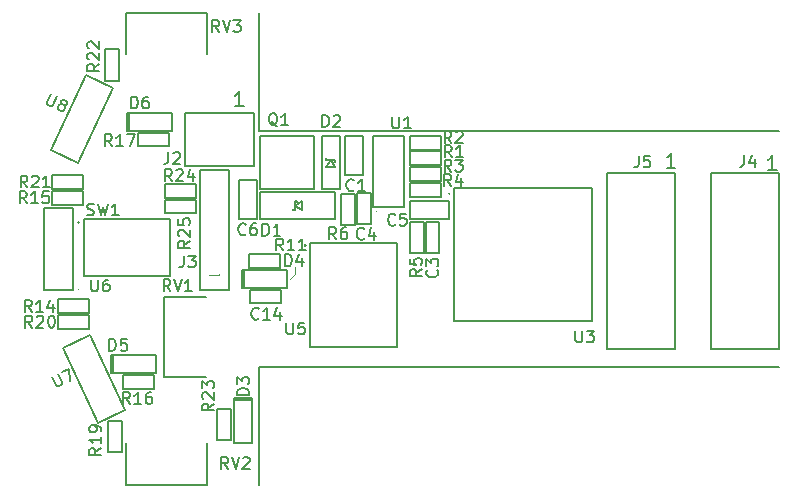
<source format=gbr>
%TF.GenerationSoftware,KiCad,Pcbnew,(5.1.8-0-10_14)*%
%TF.CreationDate,2022-01-05T18:09:54+08:00*%
%TF.ProjectId,MicroMouse,4d696372-6f4d-46f7-9573-652e6b696361,rev?*%
%TF.SameCoordinates,Original*%
%TF.FileFunction,Legend,Top*%
%TF.FilePolarity,Positive*%
%FSLAX46Y46*%
G04 Gerber Fmt 4.6, Leading zero omitted, Abs format (unit mm)*
G04 Created by KiCad (PCBNEW (5.1.8-0-10_14)) date 2022-01-05 18:09:54*
%MOMM*%
%LPD*%
G01*
G04 APERTURE LIST*
%ADD10C,0.120000*%
%ADD11C,0.153000*%
%ADD12C,0.150000*%
%ADD13C,0.037500*%
G04 APERTURE END LIST*
D10*
X89030000Y-92080000D02*
X88600000Y-92530000D01*
X89030000Y-91500000D02*
X89030000Y-92080000D01*
D11*
X86000000Y-80000000D02*
X86000000Y-70000000D01*
X86000000Y-80000000D02*
X130000000Y-80000000D01*
X86000000Y-100000000D02*
X130000000Y-100000000D01*
X86000000Y-110000000D02*
X86000000Y-100000000D01*
D12*
X80939460Y-93431500D02*
X80939460Y-83271500D01*
X80939460Y-83271500D02*
X83439460Y-83271500D01*
X80939460Y-93431500D02*
X83439460Y-93431500D01*
X83439460Y-93431500D02*
X83439460Y-83271500D01*
X85554240Y-78446320D02*
X85554240Y-82946320D01*
X79654240Y-78446320D02*
X79654240Y-82946320D01*
X79654240Y-78446320D02*
X85554240Y-78446320D01*
X79654240Y-82946320D02*
X85554240Y-82946320D01*
D10*
X75025164Y-103358159D02*
G75*
G03*
X75025164Y-103358159I-60828J0D01*
G01*
D12*
X72346279Y-104700350D02*
X74612049Y-103643804D01*
X74612049Y-103643804D02*
X71653721Y-97299650D01*
X69387951Y-98356196D02*
X71653721Y-97299650D01*
X72346279Y-104700350D02*
X69387951Y-98356196D01*
D10*
X70750828Y-93390000D02*
G75*
G03*
X70750828Y-93390000I-60828J0D01*
G01*
D12*
X67750000Y-93500000D02*
X70250000Y-93500000D01*
X70250000Y-93500000D02*
X70250000Y-86500000D01*
X67750000Y-86500000D02*
X70250000Y-86500000D01*
X67750000Y-93500000D02*
X67750000Y-86500000D01*
D10*
X71159812Y-82786608D02*
G75*
G03*
X71159812Y-82786608I-60828J0D01*
G01*
D12*
X68387951Y-81643804D02*
X70653721Y-82700350D01*
X70653721Y-82700350D02*
X73612049Y-76356196D01*
X71346279Y-75299650D02*
X73612049Y-76356196D01*
X68387951Y-81643804D02*
X71346279Y-75299650D01*
X115459440Y-83567240D02*
X121209440Y-83567240D01*
X115459440Y-98467240D02*
X121209440Y-98467240D01*
X115459440Y-98467240D02*
X115459440Y-83567240D01*
X121209440Y-98467240D02*
X121209440Y-83567240D01*
X80602200Y-85826400D02*
X77965200Y-85826400D01*
X80602200Y-86990400D02*
X80602200Y-85826400D01*
X77965200Y-86990400D02*
X77965200Y-85826400D01*
X80602200Y-86990400D02*
X77965200Y-86990400D01*
X80602200Y-84490360D02*
X77965200Y-84490360D01*
X80602200Y-85654360D02*
X80602200Y-84490360D01*
X77965200Y-85654360D02*
X77965200Y-84490360D01*
X80602200Y-85654360D02*
X77965200Y-85654360D01*
X124240220Y-83602800D02*
X129990220Y-83602800D01*
X124240220Y-98502800D02*
X129990220Y-98502800D01*
X124240220Y-98502800D02*
X124240220Y-83602800D01*
X129990220Y-98502800D02*
X129990220Y-83602800D01*
D10*
X89994059Y-89711400D02*
G75*
G03*
X89994059Y-89711400I-116619J0D01*
G01*
D12*
X97652440Y-89526400D02*
X90282440Y-89526400D01*
X90282440Y-89526400D02*
X90282440Y-98276400D01*
X97652440Y-98276400D02*
X90282440Y-98276400D01*
X97652440Y-89526400D02*
X97652440Y-98276400D01*
D10*
X102148440Y-85337480D02*
G75*
G03*
X102148440Y-85337480I-70000J0D01*
G01*
D12*
X102468440Y-84820480D02*
X102468440Y-96134480D01*
X114168440Y-84820480D02*
X102468440Y-84820480D01*
X114168440Y-96134480D02*
X102468440Y-96134480D01*
X114168440Y-84820480D02*
X114168440Y-96134480D01*
D10*
X95905969Y-86844060D02*
G75*
G03*
X95905969Y-86844060I-56569J0D01*
G01*
D12*
X95624400Y-86459060D02*
X98274400Y-86459060D01*
X95624400Y-80409060D02*
X95624400Y-86460060D01*
X98274400Y-80409060D02*
X98274400Y-86459060D01*
X95624400Y-80409060D02*
X98274400Y-80409060D01*
D10*
X70752282Y-87745500D02*
G75*
G03*
X70752282Y-87745500I-67082J0D01*
G01*
D12*
X71125200Y-87475500D02*
X71125200Y-92275500D01*
X71125200Y-92275500D02*
X78425200Y-92275500D01*
X78425200Y-87475500D02*
X78425200Y-92275500D01*
X71125200Y-87475500D02*
X78425200Y-87475500D01*
X74712840Y-73505960D02*
X74712840Y-70005960D01*
X81522840Y-73505960D02*
X81522840Y-70005960D01*
X81522840Y-70005960D02*
X74712840Y-70005960D01*
X81522840Y-106448240D02*
X81522840Y-109948240D01*
X74712840Y-106448240D02*
X74712840Y-109948240D01*
X74712840Y-109948240D02*
X81522840Y-109948240D01*
X81443460Y-100847160D02*
X77943460Y-100847160D01*
X81443460Y-94037160D02*
X77943460Y-94037160D01*
X77943460Y-94037160D02*
X77943460Y-100847160D01*
X82412500Y-103568260D02*
X82412500Y-106205260D01*
X83576500Y-103568260D02*
X82412500Y-103568260D01*
X83576500Y-106205260D02*
X82412500Y-106205260D01*
X83576500Y-103568260D02*
X83576500Y-106205260D01*
X72917980Y-73103500D02*
X72917980Y-75740500D01*
X74081980Y-73103500D02*
X72917980Y-73103500D01*
X74081980Y-75740500D02*
X72917980Y-75740500D01*
X74081980Y-73103500D02*
X74081980Y-75740500D01*
X68442600Y-84922700D02*
X71079600Y-84922700D01*
X68442600Y-83758700D02*
X68442600Y-84922700D01*
X71079600Y-83758700D02*
X71079600Y-84922700D01*
X68442600Y-83758700D02*
X71079600Y-83758700D01*
X71587600Y-95597640D02*
X68950600Y-95597640D01*
X71587600Y-96761640D02*
X71587600Y-95597640D01*
X68950600Y-96761640D02*
X68950600Y-95597640D01*
X71587600Y-96761640D02*
X68950600Y-96761640D01*
X73179600Y-104548700D02*
X73179600Y-107185700D01*
X74343600Y-104548700D02*
X73179600Y-104548700D01*
X74343600Y-107185700D02*
X73179600Y-107185700D01*
X74343600Y-104548700D02*
X74343600Y-107185700D01*
X78374480Y-80136660D02*
X75737480Y-80136660D01*
X78374480Y-81300660D02*
X78374480Y-80136660D01*
X75737480Y-81300660D02*
X75737480Y-80136660D01*
X78374480Y-81300660D02*
X75737480Y-81300660D01*
X77040980Y-100692880D02*
X74403980Y-100692880D01*
X77040980Y-101856880D02*
X77040980Y-100692880D01*
X74403980Y-101856880D02*
X74403980Y-100692880D01*
X77040980Y-101856880D02*
X74403980Y-101856880D01*
X71084680Y-85087120D02*
X68447680Y-85087120D01*
X71084680Y-86251120D02*
X71084680Y-85087120D01*
X68447680Y-86251120D02*
X68447680Y-85087120D01*
X71084680Y-86251120D02*
X68447680Y-86251120D01*
X68932820Y-95410360D02*
X71569820Y-95410360D01*
X68932820Y-94246360D02*
X68932820Y-95410360D01*
X71569820Y-94246360D02*
X71569820Y-95410360D01*
X68932820Y-94246360D02*
X71569820Y-94246360D01*
X87772480Y-90438900D02*
X85135480Y-90438900D01*
X87772480Y-91602900D02*
X87772480Y-90438900D01*
X85135480Y-91602900D02*
X85135480Y-90438900D01*
X87772480Y-91602900D02*
X85135480Y-91602900D01*
X92912860Y-85300580D02*
X92912860Y-87937580D01*
X94076860Y-85300580D02*
X92912860Y-85300580D01*
X94076860Y-87937580D02*
X92912860Y-87937580D01*
X94076860Y-85300580D02*
X94076860Y-87937580D01*
X98737220Y-87681500D02*
X98737220Y-90318500D01*
X99901220Y-87681500D02*
X98737220Y-87681500D01*
X99901220Y-90318500D02*
X98737220Y-90318500D01*
X99901220Y-87681500D02*
X99901220Y-90318500D01*
X98744940Y-85570540D02*
X101381940Y-85570540D01*
X98744940Y-84406540D02*
X98744940Y-85570540D01*
X101381940Y-84406540D02*
X101381940Y-85570540D01*
X98744940Y-84406540D02*
X101381940Y-84406540D01*
X101381940Y-83070500D02*
X98744940Y-83070500D01*
X101381940Y-84234500D02*
X101381940Y-83070500D01*
X98744940Y-84234500D02*
X98744940Y-83070500D01*
X101381940Y-84234500D02*
X98744940Y-84234500D01*
X98734780Y-81575120D02*
X101371780Y-81575120D01*
X98734780Y-80411120D02*
X98734780Y-81575120D01*
X101371780Y-80411120D02*
X101371780Y-81575120D01*
X98734780Y-80411120D02*
X101371780Y-80411120D01*
X101381940Y-81734460D02*
X98744940Y-81734460D01*
X101381940Y-82898460D02*
X101381940Y-81734460D01*
X98744940Y-82898460D02*
X98744940Y-81734460D01*
X101381940Y-82898460D02*
X98744940Y-82898460D01*
X90633720Y-80399200D02*
X86033720Y-80399200D01*
X90633720Y-84899200D02*
X86033720Y-84899200D01*
X86033720Y-80399200D02*
X86033720Y-84899200D01*
X90633720Y-80399200D02*
X90633720Y-84899200D01*
X74771500Y-79967520D02*
X74771500Y-78467520D01*
X74771500Y-78467520D02*
X78571500Y-78467520D01*
X78571500Y-78467520D02*
X78571500Y-79967520D01*
X74771500Y-79967520D02*
X78571500Y-79967520D01*
X74971500Y-79967520D02*
X74971500Y-78467520D01*
X73427840Y-100472940D02*
X73427840Y-98972940D01*
X73427840Y-98972940D02*
X77227840Y-98972940D01*
X77227840Y-98972940D02*
X77227840Y-100472940D01*
X73427840Y-100472940D02*
X77227840Y-100472940D01*
X73627840Y-100472940D02*
X73627840Y-98972940D01*
X84514940Y-93266960D02*
X84514940Y-91766960D01*
X84514940Y-91766960D02*
X88314940Y-91766960D01*
X88314940Y-91766960D02*
X88314940Y-93266960D01*
X84514940Y-93266960D02*
X88314940Y-93266960D01*
X84714940Y-93266960D02*
X84714940Y-91766960D01*
X83844700Y-102625140D02*
X85344700Y-102625140D01*
X85344700Y-102625140D02*
X85344700Y-106425140D01*
X85344700Y-106425140D02*
X83844700Y-106425140D01*
X83844700Y-102625140D02*
X83844700Y-106425140D01*
X83844700Y-102825140D02*
X85344700Y-102825140D01*
X91624340Y-83081580D02*
X92424340Y-83081580D01*
X92424340Y-83081580D02*
X92024340Y-82441580D01*
X91624340Y-83081580D02*
X92024340Y-82441580D01*
X92424340Y-82441580D02*
X91624340Y-82441580D01*
X92424340Y-82441580D02*
X92424340Y-82591580D01*
X91624340Y-82441580D02*
X91624340Y-82291580D01*
X92784340Y-80396580D02*
X92784340Y-84886580D01*
X92784340Y-84886580D02*
X91264340Y-84886580D01*
X91264340Y-80396580D02*
X91264340Y-84886580D01*
X91264340Y-80396580D02*
X92784340Y-80396580D01*
X88852400Y-86724580D02*
X88852400Y-86624580D01*
X89152400Y-85924580D02*
X89152400Y-86024580D01*
X86052400Y-87474580D02*
X86052400Y-85174580D01*
X86052400Y-87474580D02*
X92352400Y-87474580D01*
X92352400Y-85174580D02*
X92352400Y-87474580D01*
X86052400Y-85174580D02*
X92352400Y-85174580D01*
X89002400Y-86724580D02*
X88852400Y-86724580D01*
X89002400Y-85924580D02*
X89152400Y-85924580D01*
X89002400Y-85924580D02*
X89002400Y-86724580D01*
X89642400Y-86724580D02*
X89002400Y-86324580D01*
X89642400Y-85924580D02*
X89002400Y-86324580D01*
X89642400Y-86724580D02*
X89642400Y-85924580D01*
X85160880Y-94595020D02*
X87797880Y-94595020D01*
X85160880Y-93431020D02*
X85160880Y-94595020D01*
X87797880Y-93431020D02*
X87797880Y-94595020D01*
X85160880Y-93431020D02*
X87797880Y-93431020D01*
X85794420Y-87466180D02*
X85794420Y-84116180D01*
X84294420Y-87466180D02*
X85794420Y-87466180D01*
X84294420Y-84116180D02*
X85794420Y-84116180D01*
X84294420Y-87466180D02*
X84294420Y-84116180D01*
X98721180Y-87465080D02*
X102071180Y-87465080D01*
X98721180Y-85965080D02*
X98721180Y-87465080D01*
X102071180Y-85965080D02*
X102071180Y-87465080D01*
X98721180Y-85965080D02*
X102071180Y-85965080D01*
X94243820Y-85269800D02*
X94243820Y-87906800D01*
X95407820Y-85269800D02*
X94243820Y-85269800D01*
X95407820Y-87906800D02*
X94243820Y-87906800D01*
X95407820Y-85269800D02*
X95407820Y-87906800D01*
X101237260Y-90318500D02*
X101237260Y-87681500D01*
X100073260Y-90318500D02*
X101237260Y-90318500D01*
X100073260Y-87681500D02*
X101237260Y-87681500D01*
X100073260Y-90318500D02*
X100073260Y-87681500D01*
X93242840Y-80392540D02*
X93242840Y-83742540D01*
X94742840Y-80392540D02*
X93242840Y-80392540D01*
X94742840Y-83742540D02*
X93242840Y-83742540D01*
X94742840Y-80392540D02*
X94742840Y-83742540D01*
X79590306Y-90552020D02*
X79590306Y-91266306D01*
X79542687Y-91409163D01*
X79447449Y-91504401D01*
X79304592Y-91552020D01*
X79209354Y-91552020D01*
X79971259Y-90552020D02*
X80590306Y-90552020D01*
X80256973Y-90932973D01*
X80399830Y-90932973D01*
X80495068Y-90980592D01*
X80542687Y-91028211D01*
X80590306Y-91123449D01*
X80590306Y-91361544D01*
X80542687Y-91456782D01*
X80495068Y-91504401D01*
X80399830Y-91552020D01*
X80114116Y-91552020D01*
X80018878Y-91504401D01*
X79971259Y-91456782D01*
D13*
X82551364Y-92118642D02*
X82551364Y-92204357D01*
X82551364Y-92161500D02*
X81751364Y-92161500D01*
X81865650Y-92175785D01*
X81941840Y-92190071D01*
X81979936Y-92204357D01*
X82551364Y-92118642D02*
X82551364Y-92204357D01*
X82551364Y-92161500D02*
X81751364Y-92161500D01*
X81865650Y-92175785D01*
X81941840Y-92190071D01*
X81979936Y-92204357D01*
D12*
X78289966Y-81786620D02*
X78289966Y-82500906D01*
X78242347Y-82643763D01*
X78147109Y-82739001D01*
X78004252Y-82786620D01*
X77909014Y-82786620D01*
X78718538Y-81881859D02*
X78766157Y-81834240D01*
X78861395Y-81786620D01*
X79099490Y-81786620D01*
X79194728Y-81834240D01*
X79242347Y-81881859D01*
X79289966Y-81977097D01*
X79289966Y-82072335D01*
X79242347Y-82215192D01*
X78670919Y-82786620D01*
X79289966Y-82786620D01*
X84647097Y-77910843D02*
X83921382Y-77910843D01*
X84284240Y-77910843D02*
X84284240Y-76640843D01*
X84163287Y-76822272D01*
X84042335Y-76943224D01*
X83921382Y-77003700D01*
X68431985Y-100807703D02*
X68774105Y-101541381D01*
X68857512Y-101607571D01*
X68920794Y-101630604D01*
X69027234Y-101633512D01*
X69199864Y-101553013D01*
X69266054Y-101469606D01*
X69289087Y-101406324D01*
X69291995Y-101299885D01*
X68949876Y-100566207D01*
X69295136Y-100405209D02*
X69899341Y-100123464D01*
X69933542Y-101210894D01*
X71738095Y-92592380D02*
X71738095Y-93401904D01*
X71785714Y-93497142D01*
X71833333Y-93544761D01*
X71928571Y-93592380D01*
X72119047Y-93592380D01*
X72214285Y-93544761D01*
X72261904Y-93497142D01*
X72309523Y-93401904D01*
X72309523Y-92592380D01*
X73214285Y-92592380D02*
X73023809Y-92592380D01*
X72928571Y-92640000D01*
X72880952Y-92687619D01*
X72785714Y-92830476D01*
X72738095Y-93020952D01*
X72738095Y-93401904D01*
X72785714Y-93497142D01*
X72833333Y-93544761D01*
X72928571Y-93592380D01*
X73119047Y-93592380D01*
X73214285Y-93544761D01*
X73261904Y-93497142D01*
X73309523Y-93401904D01*
X73309523Y-93163809D01*
X73261904Y-93068571D01*
X73214285Y-93020952D01*
X73119047Y-92973333D01*
X72928571Y-92973333D01*
X72833333Y-93020952D01*
X72785714Y-93068571D01*
X72738095Y-93163809D01*
X68367293Y-76842953D02*
X68025174Y-77576631D01*
X68028082Y-77683071D01*
X68051115Y-77746353D01*
X68117305Y-77829760D01*
X68289935Y-77910258D01*
X68396375Y-77907350D01*
X68459657Y-77884317D01*
X68543064Y-77818127D01*
X68885183Y-77084449D01*
X69265109Y-77734488D02*
X69198918Y-77651081D01*
X69175886Y-77587799D01*
X69172977Y-77481359D01*
X69193102Y-77438202D01*
X69276509Y-77372011D01*
X69339791Y-77348978D01*
X69446231Y-77346070D01*
X69618861Y-77426569D01*
X69685051Y-77509976D01*
X69708084Y-77573258D01*
X69710992Y-77679698D01*
X69690868Y-77722855D01*
X69607461Y-77789046D01*
X69544179Y-77812078D01*
X69437739Y-77814987D01*
X69265109Y-77734488D01*
X69158669Y-77737396D01*
X69095387Y-77760429D01*
X69011980Y-77826619D01*
X68931481Y-77999249D01*
X68934389Y-78105689D01*
X68957422Y-78168971D01*
X69023613Y-78252378D01*
X69196243Y-78332877D01*
X69302682Y-78329969D01*
X69365965Y-78306936D01*
X69449371Y-78240745D01*
X69529870Y-78068115D01*
X69526962Y-77961676D01*
X69503929Y-77898393D01*
X69437739Y-77814987D01*
X118096846Y-82096500D02*
X118096846Y-82810786D01*
X118049227Y-82953643D01*
X117953989Y-83048881D01*
X117811132Y-83096500D01*
X117715894Y-83096500D01*
X119049227Y-82096500D02*
X118573037Y-82096500D01*
X118525418Y-82572691D01*
X118573037Y-82525072D01*
X118668275Y-82477453D01*
X118906370Y-82477453D01*
X119001608Y-82525072D01*
X119049227Y-82572691D01*
X119096846Y-82667929D01*
X119096846Y-82906024D01*
X119049227Y-83001262D01*
X119001608Y-83048881D01*
X118906370Y-83096500D01*
X118668275Y-83096500D01*
X118573037Y-83048881D01*
X118525418Y-83001262D01*
X121208577Y-83157683D02*
X120482862Y-83157683D01*
X120845720Y-83157683D02*
X120845720Y-81887683D01*
X120724767Y-82069112D01*
X120603815Y-82190064D01*
X120482862Y-82250540D01*
X80119620Y-89314397D02*
X79643430Y-89647730D01*
X80119620Y-89885825D02*
X79119620Y-89885825D01*
X79119620Y-89504873D01*
X79167240Y-89409635D01*
X79214859Y-89362016D01*
X79310097Y-89314397D01*
X79452954Y-89314397D01*
X79548192Y-89362016D01*
X79595811Y-89409635D01*
X79643430Y-89504873D01*
X79643430Y-89885825D01*
X79214859Y-88933444D02*
X79167240Y-88885825D01*
X79119620Y-88790587D01*
X79119620Y-88552492D01*
X79167240Y-88457254D01*
X79214859Y-88409635D01*
X79310097Y-88362016D01*
X79405335Y-88362016D01*
X79548192Y-88409635D01*
X80119620Y-88981063D01*
X80119620Y-88362016D01*
X79119620Y-87457254D02*
X79119620Y-87933444D01*
X79595811Y-87981063D01*
X79548192Y-87933444D01*
X79500573Y-87838206D01*
X79500573Y-87600111D01*
X79548192Y-87504873D01*
X79595811Y-87457254D01*
X79691049Y-87409635D01*
X79929144Y-87409635D01*
X80024382Y-87457254D01*
X80072001Y-87504873D01*
X80119620Y-87600111D01*
X80119620Y-87838206D01*
X80072001Y-87933444D01*
X80024382Y-87981063D01*
X78577342Y-84252200D02*
X78244009Y-83776010D01*
X78005914Y-84252200D02*
X78005914Y-83252200D01*
X78386866Y-83252200D01*
X78482104Y-83299820D01*
X78529723Y-83347439D01*
X78577342Y-83442677D01*
X78577342Y-83585534D01*
X78529723Y-83680772D01*
X78482104Y-83728391D01*
X78386866Y-83776010D01*
X78005914Y-83776010D01*
X78958295Y-83347439D02*
X79005914Y-83299820D01*
X79101152Y-83252200D01*
X79339247Y-83252200D01*
X79434485Y-83299820D01*
X79482104Y-83347439D01*
X79529723Y-83442677D01*
X79529723Y-83537915D01*
X79482104Y-83680772D01*
X78910676Y-84252200D01*
X79529723Y-84252200D01*
X80386866Y-83585534D02*
X80386866Y-84252200D01*
X80148771Y-83204581D02*
X79910676Y-83918867D01*
X80529723Y-83918867D01*
X127027486Y-82058400D02*
X127027486Y-82772686D01*
X126979867Y-82915543D01*
X126884629Y-83010781D01*
X126741772Y-83058400D01*
X126646534Y-83058400D01*
X127932248Y-82391734D02*
X127932248Y-83058400D01*
X127694153Y-82010781D02*
X127456058Y-82725067D01*
X128075105Y-82725067D01*
X129781077Y-83343103D02*
X129055362Y-83343103D01*
X129418220Y-83343103D02*
X129418220Y-82073103D01*
X129297267Y-82254532D01*
X129176315Y-82375484D01*
X129055362Y-82435960D01*
X88278095Y-96222380D02*
X88278095Y-97031904D01*
X88325714Y-97127142D01*
X88373333Y-97174761D01*
X88468571Y-97222380D01*
X88659047Y-97222380D01*
X88754285Y-97174761D01*
X88801904Y-97127142D01*
X88849523Y-97031904D01*
X88849523Y-96222380D01*
X89801904Y-96222380D02*
X89325714Y-96222380D01*
X89278095Y-96698571D01*
X89325714Y-96650952D01*
X89420952Y-96603333D01*
X89659047Y-96603333D01*
X89754285Y-96650952D01*
X89801904Y-96698571D01*
X89849523Y-96793809D01*
X89849523Y-97031904D01*
X89801904Y-97127142D01*
X89754285Y-97174761D01*
X89659047Y-97222380D01*
X89420952Y-97222380D01*
X89325714Y-97174761D01*
X89278095Y-97127142D01*
X112753375Y-96912320D02*
X112753375Y-97721844D01*
X112800994Y-97817082D01*
X112848613Y-97864701D01*
X112943851Y-97912320D01*
X113134327Y-97912320D01*
X113229565Y-97864701D01*
X113277184Y-97817082D01*
X113324803Y-97721844D01*
X113324803Y-96912320D01*
X113705756Y-96912320D02*
X114324803Y-96912320D01*
X113991470Y-97293273D01*
X114134327Y-97293273D01*
X114229565Y-97340892D01*
X114277184Y-97388511D01*
X114324803Y-97483749D01*
X114324803Y-97721844D01*
X114277184Y-97817082D01*
X114229565Y-97864701D01*
X114134327Y-97912320D01*
X113848613Y-97912320D01*
X113753375Y-97864701D01*
X113705756Y-97817082D01*
X97251615Y-78794360D02*
X97251615Y-79603884D01*
X97299234Y-79699122D01*
X97346853Y-79746741D01*
X97442091Y-79794360D01*
X97632567Y-79794360D01*
X97727805Y-79746741D01*
X97775424Y-79699122D01*
X97823043Y-79603884D01*
X97823043Y-78794360D01*
X98823043Y-79794360D02*
X98251615Y-79794360D01*
X98537329Y-79794360D02*
X98537329Y-78794360D01*
X98442091Y-78937218D01*
X98346853Y-79032456D01*
X98251615Y-79080075D01*
X71416666Y-87104761D02*
X71559523Y-87152380D01*
X71797619Y-87152380D01*
X71892857Y-87104761D01*
X71940476Y-87057142D01*
X71988095Y-86961904D01*
X71988095Y-86866666D01*
X71940476Y-86771428D01*
X71892857Y-86723809D01*
X71797619Y-86676190D01*
X71607142Y-86628571D01*
X71511904Y-86580952D01*
X71464285Y-86533333D01*
X71416666Y-86438095D01*
X71416666Y-86342857D01*
X71464285Y-86247619D01*
X71511904Y-86200000D01*
X71607142Y-86152380D01*
X71845238Y-86152380D01*
X71988095Y-86200000D01*
X72321428Y-86152380D02*
X72559523Y-87152380D01*
X72750000Y-86438095D01*
X72940476Y-87152380D01*
X73178571Y-86152380D01*
X74083333Y-87152380D02*
X73511904Y-87152380D01*
X73797619Y-87152380D02*
X73797619Y-86152380D01*
X73702380Y-86295238D01*
X73607142Y-86390476D01*
X73511904Y-86438095D01*
X82589901Y-71620780D02*
X82256568Y-71144590D01*
X82018473Y-71620780D02*
X82018473Y-70620780D01*
X82399425Y-70620780D01*
X82494663Y-70668400D01*
X82542282Y-70716019D01*
X82589901Y-70811257D01*
X82589901Y-70954114D01*
X82542282Y-71049352D01*
X82494663Y-71096971D01*
X82399425Y-71144590D01*
X82018473Y-71144590D01*
X82875616Y-70620780D02*
X83208949Y-71620780D01*
X83542282Y-70620780D01*
X83780378Y-70620780D02*
X84399425Y-70620780D01*
X84066092Y-71001733D01*
X84208949Y-71001733D01*
X84304187Y-71049352D01*
X84351806Y-71096971D01*
X84399425Y-71192209D01*
X84399425Y-71430304D01*
X84351806Y-71525542D01*
X84304187Y-71573161D01*
X84208949Y-71620780D01*
X83923235Y-71620780D01*
X83827997Y-71573161D01*
X83780378Y-71525542D01*
X83351901Y-108626040D02*
X83018568Y-108149850D01*
X82780473Y-108626040D02*
X82780473Y-107626040D01*
X83161425Y-107626040D01*
X83256663Y-107673660D01*
X83304282Y-107721279D01*
X83351901Y-107816517D01*
X83351901Y-107959374D01*
X83304282Y-108054612D01*
X83256663Y-108102231D01*
X83161425Y-108149850D01*
X82780473Y-108149850D01*
X83637616Y-107626040D02*
X83970949Y-108626040D01*
X84304282Y-107626040D01*
X84589997Y-107721279D02*
X84637616Y-107673660D01*
X84732854Y-107626040D01*
X84970949Y-107626040D01*
X85066187Y-107673660D01*
X85113806Y-107721279D01*
X85161425Y-107816517D01*
X85161425Y-107911755D01*
X85113806Y-108054612D01*
X84542378Y-108626040D01*
X85161425Y-108626040D01*
X78464801Y-93566240D02*
X78131468Y-93090050D01*
X77893373Y-93566240D02*
X77893373Y-92566240D01*
X78274325Y-92566240D01*
X78369563Y-92613860D01*
X78417182Y-92661479D01*
X78464801Y-92756717D01*
X78464801Y-92899574D01*
X78417182Y-92994812D01*
X78369563Y-93042431D01*
X78274325Y-93090050D01*
X77893373Y-93090050D01*
X78750516Y-92566240D02*
X79083849Y-93566240D01*
X79417182Y-92566240D01*
X80274325Y-93566240D02*
X79702897Y-93566240D01*
X79988611Y-93566240D02*
X79988611Y-92566240D01*
X79893373Y-92709098D01*
X79798135Y-92804336D01*
X79702897Y-92851955D01*
X82148940Y-103088677D02*
X81672750Y-103422010D01*
X82148940Y-103660105D02*
X81148940Y-103660105D01*
X81148940Y-103279153D01*
X81196560Y-103183915D01*
X81244179Y-103136296D01*
X81339417Y-103088677D01*
X81482274Y-103088677D01*
X81577512Y-103136296D01*
X81625131Y-103183915D01*
X81672750Y-103279153D01*
X81672750Y-103660105D01*
X81244179Y-102707724D02*
X81196560Y-102660105D01*
X81148940Y-102564867D01*
X81148940Y-102326772D01*
X81196560Y-102231534D01*
X81244179Y-102183915D01*
X81339417Y-102136296D01*
X81434655Y-102136296D01*
X81577512Y-102183915D01*
X82148940Y-102755343D01*
X82148940Y-102136296D01*
X81148940Y-101802962D02*
X81148940Y-101183915D01*
X81529893Y-101517248D01*
X81529893Y-101374391D01*
X81577512Y-101279153D01*
X81625131Y-101231534D01*
X81720369Y-101183915D01*
X81958464Y-101183915D01*
X82053702Y-101231534D01*
X82101321Y-101279153D01*
X82148940Y-101374391D01*
X82148940Y-101660105D01*
X82101321Y-101755343D01*
X82053702Y-101802962D01*
X72432380Y-74322857D02*
X71956190Y-74656190D01*
X72432380Y-74894285D02*
X71432380Y-74894285D01*
X71432380Y-74513333D01*
X71480000Y-74418095D01*
X71527619Y-74370476D01*
X71622857Y-74322857D01*
X71765714Y-74322857D01*
X71860952Y-74370476D01*
X71908571Y-74418095D01*
X71956190Y-74513333D01*
X71956190Y-74894285D01*
X71527619Y-73941904D02*
X71480000Y-73894285D01*
X71432380Y-73799047D01*
X71432380Y-73560952D01*
X71480000Y-73465714D01*
X71527619Y-73418095D01*
X71622857Y-73370476D01*
X71718095Y-73370476D01*
X71860952Y-73418095D01*
X72432380Y-73989523D01*
X72432380Y-73370476D01*
X71527619Y-72989523D02*
X71480000Y-72941904D01*
X71432380Y-72846666D01*
X71432380Y-72608571D01*
X71480000Y-72513333D01*
X71527619Y-72465714D01*
X71622857Y-72418095D01*
X71718095Y-72418095D01*
X71860952Y-72465714D01*
X72432380Y-73037142D01*
X72432380Y-72418095D01*
X66344562Y-84785460D02*
X66011229Y-84309270D01*
X65773134Y-84785460D02*
X65773134Y-83785460D01*
X66154086Y-83785460D01*
X66249324Y-83833080D01*
X66296943Y-83880699D01*
X66344562Y-83975937D01*
X66344562Y-84118794D01*
X66296943Y-84214032D01*
X66249324Y-84261651D01*
X66154086Y-84309270D01*
X65773134Y-84309270D01*
X66725515Y-83880699D02*
X66773134Y-83833080D01*
X66868372Y-83785460D01*
X67106467Y-83785460D01*
X67201705Y-83833080D01*
X67249324Y-83880699D01*
X67296943Y-83975937D01*
X67296943Y-84071175D01*
X67249324Y-84214032D01*
X66677896Y-84785460D01*
X67296943Y-84785460D01*
X68249324Y-84785460D02*
X67677896Y-84785460D01*
X67963610Y-84785460D02*
X67963610Y-83785460D01*
X67868372Y-83928318D01*
X67773134Y-84023556D01*
X67677896Y-84071175D01*
X66761122Y-96649800D02*
X66427789Y-96173610D01*
X66189694Y-96649800D02*
X66189694Y-95649800D01*
X66570646Y-95649800D01*
X66665884Y-95697420D01*
X66713503Y-95745039D01*
X66761122Y-95840277D01*
X66761122Y-95983134D01*
X66713503Y-96078372D01*
X66665884Y-96125991D01*
X66570646Y-96173610D01*
X66189694Y-96173610D01*
X67142075Y-95745039D02*
X67189694Y-95697420D01*
X67284932Y-95649800D01*
X67523027Y-95649800D01*
X67618265Y-95697420D01*
X67665884Y-95745039D01*
X67713503Y-95840277D01*
X67713503Y-95935515D01*
X67665884Y-96078372D01*
X67094456Y-96649800D01*
X67713503Y-96649800D01*
X68332551Y-95649800D02*
X68427789Y-95649800D01*
X68523027Y-95697420D01*
X68570646Y-95745039D01*
X68618265Y-95840277D01*
X68665884Y-96030753D01*
X68665884Y-96268848D01*
X68618265Y-96459324D01*
X68570646Y-96554562D01*
X68523027Y-96602181D01*
X68427789Y-96649800D01*
X68332551Y-96649800D01*
X68237313Y-96602181D01*
X68189694Y-96554562D01*
X68142075Y-96459324D01*
X68094456Y-96268848D01*
X68094456Y-96030753D01*
X68142075Y-95840277D01*
X68189694Y-95745039D01*
X68237313Y-95697420D01*
X68332551Y-95649800D01*
X72592380Y-106842857D02*
X72116190Y-107176190D01*
X72592380Y-107414285D02*
X71592380Y-107414285D01*
X71592380Y-107033333D01*
X71640000Y-106938095D01*
X71687619Y-106890476D01*
X71782857Y-106842857D01*
X71925714Y-106842857D01*
X72020952Y-106890476D01*
X72068571Y-106938095D01*
X72116190Y-107033333D01*
X72116190Y-107414285D01*
X72592380Y-105890476D02*
X72592380Y-106461904D01*
X72592380Y-106176190D02*
X71592380Y-106176190D01*
X71735238Y-106271428D01*
X71830476Y-106366666D01*
X71878095Y-106461904D01*
X72592380Y-105414285D02*
X72592380Y-105223809D01*
X72544761Y-105128571D01*
X72497142Y-105080952D01*
X72354285Y-104985714D01*
X72163809Y-104938095D01*
X71782857Y-104938095D01*
X71687619Y-104985714D01*
X71640000Y-105033333D01*
X71592380Y-105128571D01*
X71592380Y-105319047D01*
X71640000Y-105414285D01*
X71687619Y-105461904D01*
X71782857Y-105509523D01*
X72020952Y-105509523D01*
X72116190Y-105461904D01*
X72163809Y-105414285D01*
X72211428Y-105319047D01*
X72211428Y-105128571D01*
X72163809Y-105033333D01*
X72116190Y-104985714D01*
X72020952Y-104938095D01*
X73497202Y-81295500D02*
X73163869Y-80819310D01*
X72925774Y-81295500D02*
X72925774Y-80295500D01*
X73306726Y-80295500D01*
X73401964Y-80343120D01*
X73449583Y-80390739D01*
X73497202Y-80485977D01*
X73497202Y-80628834D01*
X73449583Y-80724072D01*
X73401964Y-80771691D01*
X73306726Y-80819310D01*
X72925774Y-80819310D01*
X74449583Y-81295500D02*
X73878155Y-81295500D01*
X74163869Y-81295500D02*
X74163869Y-80295500D01*
X74068631Y-80438358D01*
X73973393Y-80533596D01*
X73878155Y-80581215D01*
X74782917Y-80295500D02*
X75449583Y-80295500D01*
X75021012Y-81295500D01*
X75023742Y-103124260D02*
X74690409Y-102648070D01*
X74452314Y-103124260D02*
X74452314Y-102124260D01*
X74833266Y-102124260D01*
X74928504Y-102171880D01*
X74976123Y-102219499D01*
X75023742Y-102314737D01*
X75023742Y-102457594D01*
X74976123Y-102552832D01*
X74928504Y-102600451D01*
X74833266Y-102648070D01*
X74452314Y-102648070D01*
X75976123Y-103124260D02*
X75404695Y-103124260D01*
X75690409Y-103124260D02*
X75690409Y-102124260D01*
X75595171Y-102267118D01*
X75499933Y-102362356D01*
X75404695Y-102409975D01*
X76833266Y-102124260D02*
X76642790Y-102124260D01*
X76547552Y-102171880D01*
X76499933Y-102219499D01*
X76404695Y-102362356D01*
X76357076Y-102552832D01*
X76357076Y-102933784D01*
X76404695Y-103029022D01*
X76452314Y-103076641D01*
X76547552Y-103124260D01*
X76738028Y-103124260D01*
X76833266Y-103076641D01*
X76880885Y-103029022D01*
X76928504Y-102933784D01*
X76928504Y-102695689D01*
X76880885Y-102600451D01*
X76833266Y-102552832D01*
X76738028Y-102505213D01*
X76547552Y-102505213D01*
X76452314Y-102552832D01*
X76404695Y-102600451D01*
X76357076Y-102695689D01*
X66288682Y-86121500D02*
X65955349Y-85645310D01*
X65717254Y-86121500D02*
X65717254Y-85121500D01*
X66098206Y-85121500D01*
X66193444Y-85169120D01*
X66241063Y-85216739D01*
X66288682Y-85311977D01*
X66288682Y-85454834D01*
X66241063Y-85550072D01*
X66193444Y-85597691D01*
X66098206Y-85645310D01*
X65717254Y-85645310D01*
X67241063Y-86121500D02*
X66669635Y-86121500D01*
X66955349Y-86121500D02*
X66955349Y-85121500D01*
X66860111Y-85264358D01*
X66764873Y-85359596D01*
X66669635Y-85407215D01*
X68145825Y-85121500D02*
X67669635Y-85121500D01*
X67622016Y-85597691D01*
X67669635Y-85550072D01*
X67764873Y-85502453D01*
X68002968Y-85502453D01*
X68098206Y-85550072D01*
X68145825Y-85597691D01*
X68193444Y-85692929D01*
X68193444Y-85931024D01*
X68145825Y-86026262D01*
X68098206Y-86073881D01*
X68002968Y-86121500D01*
X67764873Y-86121500D01*
X67669635Y-86073881D01*
X67622016Y-86026262D01*
X66712862Y-95336620D02*
X66379529Y-94860430D01*
X66141434Y-95336620D02*
X66141434Y-94336620D01*
X66522386Y-94336620D01*
X66617624Y-94384240D01*
X66665243Y-94431859D01*
X66712862Y-94527097D01*
X66712862Y-94669954D01*
X66665243Y-94765192D01*
X66617624Y-94812811D01*
X66522386Y-94860430D01*
X66141434Y-94860430D01*
X67665243Y-95336620D02*
X67093815Y-95336620D01*
X67379529Y-95336620D02*
X67379529Y-94336620D01*
X67284291Y-94479478D01*
X67189053Y-94574716D01*
X67093815Y-94622335D01*
X68522386Y-94669954D02*
X68522386Y-95336620D01*
X68284291Y-94289001D02*
X68046196Y-95003287D01*
X68665243Y-95003287D01*
X87997142Y-90122380D02*
X87663809Y-89646190D01*
X87425714Y-90122380D02*
X87425714Y-89122380D01*
X87806666Y-89122380D01*
X87901904Y-89170000D01*
X87949523Y-89217619D01*
X87997142Y-89312857D01*
X87997142Y-89455714D01*
X87949523Y-89550952D01*
X87901904Y-89598571D01*
X87806666Y-89646190D01*
X87425714Y-89646190D01*
X88949523Y-90122380D02*
X88378095Y-90122380D01*
X88663809Y-90122380D02*
X88663809Y-89122380D01*
X88568571Y-89265238D01*
X88473333Y-89360476D01*
X88378095Y-89408095D01*
X89901904Y-90122380D02*
X89330476Y-90122380D01*
X89616190Y-90122380D02*
X89616190Y-89122380D01*
X89520952Y-89265238D01*
X89425714Y-89360476D01*
X89330476Y-89408095D01*
X92493333Y-89172380D02*
X92160000Y-88696190D01*
X91921904Y-89172380D02*
X91921904Y-88172380D01*
X92302857Y-88172380D01*
X92398095Y-88220000D01*
X92445714Y-88267619D01*
X92493333Y-88362857D01*
X92493333Y-88505714D01*
X92445714Y-88600952D01*
X92398095Y-88648571D01*
X92302857Y-88696190D01*
X91921904Y-88696190D01*
X93350476Y-88172380D02*
X93160000Y-88172380D01*
X93064761Y-88220000D01*
X93017142Y-88267619D01*
X92921904Y-88410476D01*
X92874285Y-88600952D01*
X92874285Y-88981904D01*
X92921904Y-89077142D01*
X92969523Y-89124761D01*
X93064761Y-89172380D01*
X93255238Y-89172380D01*
X93350476Y-89124761D01*
X93398095Y-89077142D01*
X93445714Y-88981904D01*
X93445714Y-88743809D01*
X93398095Y-88648571D01*
X93350476Y-88600952D01*
X93255238Y-88553333D01*
X93064761Y-88553333D01*
X92969523Y-88600952D01*
X92921904Y-88648571D01*
X92874285Y-88743809D01*
X99738580Y-91719366D02*
X99262390Y-92052700D01*
X99738580Y-92290795D02*
X98738580Y-92290795D01*
X98738580Y-91909842D01*
X98786200Y-91814604D01*
X98833819Y-91766985D01*
X98929057Y-91719366D01*
X99071914Y-91719366D01*
X99167152Y-91766985D01*
X99214771Y-91814604D01*
X99262390Y-91909842D01*
X99262390Y-92290795D01*
X98738580Y-90814604D02*
X98738580Y-91290795D01*
X99214771Y-91338414D01*
X99167152Y-91290795D01*
X99119533Y-91195557D01*
X99119533Y-90957461D01*
X99167152Y-90862223D01*
X99214771Y-90814604D01*
X99310009Y-90766985D01*
X99548104Y-90766985D01*
X99643342Y-90814604D01*
X99690961Y-90862223D01*
X99738580Y-90957461D01*
X99738580Y-91195557D01*
X99690961Y-91290795D01*
X99643342Y-91338414D01*
X102231033Y-84658600D02*
X101897700Y-84182410D01*
X101659604Y-84658600D02*
X101659604Y-83658600D01*
X102040557Y-83658600D01*
X102135795Y-83706220D01*
X102183414Y-83753839D01*
X102231033Y-83849077D01*
X102231033Y-83991934D01*
X102183414Y-84087172D01*
X102135795Y-84134791D01*
X102040557Y-84182410D01*
X101659604Y-84182410D01*
X103088176Y-83991934D02*
X103088176Y-84658600D01*
X102850080Y-83610981D02*
X102611985Y-84325267D01*
X103231033Y-84325267D01*
X102243733Y-83441940D02*
X101910400Y-82965750D01*
X101672304Y-83441940D02*
X101672304Y-82441940D01*
X102053257Y-82441940D01*
X102148495Y-82489560D01*
X102196114Y-82537179D01*
X102243733Y-82632417D01*
X102243733Y-82775274D01*
X102196114Y-82870512D01*
X102148495Y-82918131D01*
X102053257Y-82965750D01*
X101672304Y-82965750D01*
X102577066Y-82441940D02*
X103196114Y-82441940D01*
X102862780Y-82822893D01*
X103005638Y-82822893D01*
X103100876Y-82870512D01*
X103148495Y-82918131D01*
X103196114Y-83013369D01*
X103196114Y-83251464D01*
X103148495Y-83346702D01*
X103100876Y-83394321D01*
X103005638Y-83441940D01*
X102719923Y-83441940D01*
X102624685Y-83394321D01*
X102577066Y-83346702D01*
X102256433Y-81036560D02*
X101923100Y-80560370D01*
X101685004Y-81036560D02*
X101685004Y-80036560D01*
X102065957Y-80036560D01*
X102161195Y-80084180D01*
X102208814Y-80131799D01*
X102256433Y-80227037D01*
X102256433Y-80369894D01*
X102208814Y-80465132D01*
X102161195Y-80512751D01*
X102065957Y-80560370D01*
X101685004Y-80560370D01*
X102637385Y-80131799D02*
X102685004Y-80084180D01*
X102780242Y-80036560D01*
X103018338Y-80036560D01*
X103113576Y-80084180D01*
X103161195Y-80131799D01*
X103208814Y-80227037D01*
X103208814Y-80322275D01*
X103161195Y-80465132D01*
X102589766Y-81036560D01*
X103208814Y-81036560D01*
X102269133Y-82227820D02*
X101935800Y-81751630D01*
X101697704Y-82227820D02*
X101697704Y-81227820D01*
X102078657Y-81227820D01*
X102173895Y-81275440D01*
X102221514Y-81323059D01*
X102269133Y-81418297D01*
X102269133Y-81561154D01*
X102221514Y-81656392D01*
X102173895Y-81704011D01*
X102078657Y-81751630D01*
X101697704Y-81751630D01*
X103221514Y-82227820D02*
X102650085Y-82227820D01*
X102935800Y-82227820D02*
X102935800Y-81227820D01*
X102840561Y-81370678D01*
X102745323Y-81465916D01*
X102650085Y-81513535D01*
X87517121Y-79592559D02*
X87421883Y-79544940D01*
X87326645Y-79449701D01*
X87183788Y-79306844D01*
X87088550Y-79259225D01*
X86993312Y-79259225D01*
X87040931Y-79497320D02*
X86945693Y-79449701D01*
X86850455Y-79354463D01*
X86802836Y-79163987D01*
X86802836Y-78830654D01*
X86850455Y-78640178D01*
X86945693Y-78544940D01*
X87040931Y-78497320D01*
X87231407Y-78497320D01*
X87326645Y-78544940D01*
X87421883Y-78640178D01*
X87469502Y-78830654D01*
X87469502Y-79163987D01*
X87421883Y-79354463D01*
X87326645Y-79449701D01*
X87231407Y-79497320D01*
X87040931Y-79497320D01*
X88421883Y-79497320D02*
X87850455Y-79497320D01*
X88136169Y-79497320D02*
X88136169Y-78497320D01*
X88040931Y-78640178D01*
X87945693Y-78735416D01*
X87850455Y-78783035D01*
X75131704Y-78087480D02*
X75131704Y-77087480D01*
X75369800Y-77087480D01*
X75512657Y-77135100D01*
X75607895Y-77230338D01*
X75655514Y-77325576D01*
X75703133Y-77516052D01*
X75703133Y-77658909D01*
X75655514Y-77849385D01*
X75607895Y-77944623D01*
X75512657Y-78039861D01*
X75369800Y-78087480D01*
X75131704Y-78087480D01*
X76560276Y-77087480D02*
X76369800Y-77087480D01*
X76274561Y-77135100D01*
X76226942Y-77182719D01*
X76131704Y-77325576D01*
X76084085Y-77516052D01*
X76084085Y-77897004D01*
X76131704Y-77992242D01*
X76179323Y-78039861D01*
X76274561Y-78087480D01*
X76465038Y-78087480D01*
X76560276Y-78039861D01*
X76607895Y-77992242D01*
X76655514Y-77897004D01*
X76655514Y-77658909D01*
X76607895Y-77563671D01*
X76560276Y-77516052D01*
X76465038Y-77468433D01*
X76274561Y-77468433D01*
X76179323Y-77516052D01*
X76131704Y-77563671D01*
X76084085Y-77658909D01*
X73281904Y-98612380D02*
X73281904Y-97612380D01*
X73520000Y-97612380D01*
X73662857Y-97660000D01*
X73758095Y-97755238D01*
X73805714Y-97850476D01*
X73853333Y-98040952D01*
X73853333Y-98183809D01*
X73805714Y-98374285D01*
X73758095Y-98469523D01*
X73662857Y-98564761D01*
X73520000Y-98612380D01*
X73281904Y-98612380D01*
X74758095Y-97612380D02*
X74281904Y-97612380D01*
X74234285Y-98088571D01*
X74281904Y-98040952D01*
X74377142Y-97993333D01*
X74615238Y-97993333D01*
X74710476Y-98040952D01*
X74758095Y-98088571D01*
X74805714Y-98183809D01*
X74805714Y-98421904D01*
X74758095Y-98517142D01*
X74710476Y-98564761D01*
X74615238Y-98612380D01*
X74377142Y-98612380D01*
X74281904Y-98564761D01*
X74234285Y-98517142D01*
X88171904Y-91452380D02*
X88171904Y-90452380D01*
X88410000Y-90452380D01*
X88552857Y-90500000D01*
X88648095Y-90595238D01*
X88695714Y-90690476D01*
X88743333Y-90880952D01*
X88743333Y-91023809D01*
X88695714Y-91214285D01*
X88648095Y-91309523D01*
X88552857Y-91404761D01*
X88410000Y-91452380D01*
X88171904Y-91452380D01*
X89600476Y-90785714D02*
X89600476Y-91452380D01*
X89362380Y-90404761D02*
X89124285Y-91119047D01*
X89743333Y-91119047D01*
X85097880Y-102355875D02*
X84097880Y-102355875D01*
X84097880Y-102117780D01*
X84145500Y-101974922D01*
X84240738Y-101879684D01*
X84335976Y-101832065D01*
X84526452Y-101784446D01*
X84669309Y-101784446D01*
X84859785Y-101832065D01*
X84955023Y-101879684D01*
X85050261Y-101974922D01*
X85097880Y-102117780D01*
X85097880Y-102355875D01*
X84097880Y-101451113D02*
X84097880Y-100832065D01*
X84478833Y-101165399D01*
X84478833Y-101022541D01*
X84526452Y-100927303D01*
X84574071Y-100879684D01*
X84669309Y-100832065D01*
X84907404Y-100832065D01*
X85002642Y-100879684D01*
X85050261Y-100927303D01*
X85097880Y-101022541D01*
X85097880Y-101308256D01*
X85050261Y-101403494D01*
X85002642Y-101451113D01*
X91326884Y-79654800D02*
X91326884Y-78654800D01*
X91564980Y-78654800D01*
X91707837Y-78702420D01*
X91803075Y-78797658D01*
X91850694Y-78892896D01*
X91898313Y-79083372D01*
X91898313Y-79226229D01*
X91850694Y-79416705D01*
X91803075Y-79511943D01*
X91707837Y-79607181D01*
X91564980Y-79654800D01*
X91326884Y-79654800D01*
X92279265Y-78750039D02*
X92326884Y-78702420D01*
X92422122Y-78654800D01*
X92660218Y-78654800D01*
X92755456Y-78702420D01*
X92803075Y-78750039D01*
X92850694Y-78845277D01*
X92850694Y-78940515D01*
X92803075Y-79083372D01*
X92231646Y-79654800D01*
X92850694Y-79654800D01*
X86254504Y-88859760D02*
X86254504Y-87859760D01*
X86492600Y-87859760D01*
X86635457Y-87907380D01*
X86730695Y-88002618D01*
X86778314Y-88097856D01*
X86825933Y-88288332D01*
X86825933Y-88431189D01*
X86778314Y-88621665D01*
X86730695Y-88716903D01*
X86635457Y-88812141D01*
X86492600Y-88859760D01*
X86254504Y-88859760D01*
X87778314Y-88859760D02*
X87206885Y-88859760D01*
X87492600Y-88859760D02*
X87492600Y-87859760D01*
X87397361Y-88002618D01*
X87302123Y-88097856D01*
X87206885Y-88145475D01*
X85935582Y-95873842D02*
X85887963Y-95921461D01*
X85745106Y-95969080D01*
X85649868Y-95969080D01*
X85507011Y-95921461D01*
X85411773Y-95826223D01*
X85364154Y-95730985D01*
X85316535Y-95540509D01*
X85316535Y-95397652D01*
X85364154Y-95207176D01*
X85411773Y-95111938D01*
X85507011Y-95016700D01*
X85649868Y-94969080D01*
X85745106Y-94969080D01*
X85887963Y-95016700D01*
X85935582Y-95064319D01*
X86887963Y-95969080D02*
X86316535Y-95969080D01*
X86602249Y-95969080D02*
X86602249Y-94969080D01*
X86507011Y-95111938D01*
X86411773Y-95207176D01*
X86316535Y-95254795D01*
X87745106Y-95302414D02*
X87745106Y-95969080D01*
X87507011Y-94921461D02*
X87268916Y-95635747D01*
X87887963Y-95635747D01*
X84837113Y-88744202D02*
X84789494Y-88791821D01*
X84646637Y-88839440D01*
X84551399Y-88839440D01*
X84408541Y-88791821D01*
X84313303Y-88696583D01*
X84265684Y-88601345D01*
X84218065Y-88410869D01*
X84218065Y-88268012D01*
X84265684Y-88077536D01*
X84313303Y-87982298D01*
X84408541Y-87887060D01*
X84551399Y-87839440D01*
X84646637Y-87839440D01*
X84789494Y-87887060D01*
X84837113Y-87934679D01*
X85694256Y-87839440D02*
X85503780Y-87839440D01*
X85408541Y-87887060D01*
X85360922Y-87934679D01*
X85265684Y-88077536D01*
X85218065Y-88268012D01*
X85218065Y-88648964D01*
X85265684Y-88744202D01*
X85313303Y-88791821D01*
X85408541Y-88839440D01*
X85599018Y-88839440D01*
X85694256Y-88791821D01*
X85741875Y-88744202D01*
X85789494Y-88648964D01*
X85789494Y-88410869D01*
X85741875Y-88315631D01*
X85694256Y-88268012D01*
X85599018Y-88220393D01*
X85408541Y-88220393D01*
X85313303Y-88268012D01*
X85265684Y-88315631D01*
X85218065Y-88410869D01*
X97496473Y-87915502D02*
X97448854Y-87963121D01*
X97305997Y-88010740D01*
X97210759Y-88010740D01*
X97067901Y-87963121D01*
X96972663Y-87867883D01*
X96925044Y-87772645D01*
X96877425Y-87582169D01*
X96877425Y-87439312D01*
X96925044Y-87248836D01*
X96972663Y-87153598D01*
X97067901Y-87058360D01*
X97210759Y-87010740D01*
X97305997Y-87010740D01*
X97448854Y-87058360D01*
X97496473Y-87105979D01*
X98401235Y-87010740D02*
X97925044Y-87010740D01*
X97877425Y-87486931D01*
X97925044Y-87439312D01*
X98020282Y-87391693D01*
X98258378Y-87391693D01*
X98353616Y-87439312D01*
X98401235Y-87486931D01*
X98448854Y-87582169D01*
X98448854Y-87820264D01*
X98401235Y-87915502D01*
X98353616Y-87963121D01*
X98258378Y-88010740D01*
X98020282Y-88010740D01*
X97925044Y-87963121D01*
X97877425Y-87915502D01*
X94863333Y-89107142D02*
X94815714Y-89154761D01*
X94672857Y-89202380D01*
X94577619Y-89202380D01*
X94434761Y-89154761D01*
X94339523Y-89059523D01*
X94291904Y-88964285D01*
X94244285Y-88773809D01*
X94244285Y-88630952D01*
X94291904Y-88440476D01*
X94339523Y-88345238D01*
X94434761Y-88250000D01*
X94577619Y-88202380D01*
X94672857Y-88202380D01*
X94815714Y-88250000D01*
X94863333Y-88297619D01*
X95720476Y-88535714D02*
X95720476Y-89202380D01*
X95482380Y-88154761D02*
X95244285Y-88869047D01*
X95863333Y-88869047D01*
X101035262Y-91787946D02*
X101082881Y-91835565D01*
X101130500Y-91978422D01*
X101130500Y-92073660D01*
X101082881Y-92216518D01*
X100987643Y-92311756D01*
X100892405Y-92359375D01*
X100701929Y-92406994D01*
X100559072Y-92406994D01*
X100368596Y-92359375D01*
X100273358Y-92311756D01*
X100178120Y-92216518D01*
X100130500Y-92073660D01*
X100130500Y-91978422D01*
X100178120Y-91835565D01*
X100225739Y-91787946D01*
X100130500Y-91454613D02*
X100130500Y-90835565D01*
X100511453Y-91168899D01*
X100511453Y-91026041D01*
X100559072Y-90930803D01*
X100606691Y-90883184D01*
X100701929Y-90835565D01*
X100940024Y-90835565D01*
X101035262Y-90883184D01*
X101082881Y-90930803D01*
X101130500Y-91026041D01*
X101130500Y-91311756D01*
X101082881Y-91406994D01*
X101035262Y-91454613D01*
X93981113Y-85005322D02*
X93933494Y-85052941D01*
X93790637Y-85100560D01*
X93695399Y-85100560D01*
X93552541Y-85052941D01*
X93457303Y-84957703D01*
X93409684Y-84862465D01*
X93362065Y-84671989D01*
X93362065Y-84529132D01*
X93409684Y-84338656D01*
X93457303Y-84243418D01*
X93552541Y-84148180D01*
X93695399Y-84100560D01*
X93790637Y-84100560D01*
X93933494Y-84148180D01*
X93981113Y-84195799D01*
X94933494Y-85100560D02*
X94362065Y-85100560D01*
X94647780Y-85100560D02*
X94647780Y-84100560D01*
X94552541Y-84243418D01*
X94457303Y-84338656D01*
X94362065Y-84386275D01*
M02*

</source>
